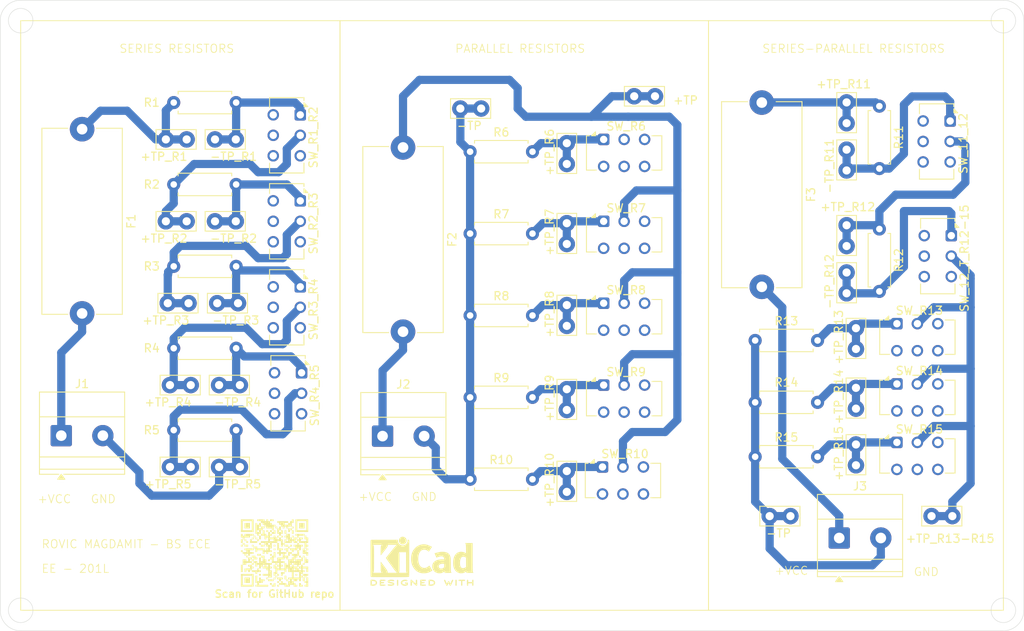
<source format=kicad_pcb>
(kicad_pcb (version 20241229) (generator "pcbnew") (generator_version "9.0")
  (layers (0 "F.Cu" signal) (2 "B.Cu" signal) (13 "F.Paste" user) (15 "B.Paste" user) (5 "F.SilkS" user "F.Silkscreen") (7 "B.SilkS" user "B.Silkscreen") (1 "F.Mask" user) (3 "B.Mask" user) (25 "Edge.Cuts" user))
  (net 0 "")
  (net 1 "Net-(SW1-A)")
  (net 2 "Net-(F1-Pad1)")
  (net 3 "Net-(SW1-B)")
  (net 4 "Net-(SW2-A)")
  (net 5 "Net-(SW2-B)")
  (net 6 "Net-(SW3-A)")
  (net 7 "Net-(SW3-B)")
  (net 8 "Net-(SW4-A)")
  (net 9 "Net-(J1-Pin_2)")
  (net 10 "Net-(SW4-B)")
  (net 11 "Net-(SW5-A)")
  (net 12 "Net-(J2-Pin_2)")
  (net 13 "Net-(SW6-A)")
  (net 14 "Net-(SW7-A)")
  (net 15 "Net-(SW8-A)")
  (net 16 "Net-(SW9-A)")
  (net 17 "Net-(F3-Pad1)")
  (net 18 "Net-(SW10-A)")
  (net 19 "Net-(SW10-B)")
  (net 20 "Net-(SW11-A)")
  (net 21 "Net-(J3-Pin_2)")
  (net 22 "Net-(SW12-A)")
  (net 23 "Net-(SW13-A)")
  (net 24 "Net-(SW14-A)")
  (net 25 "Net-(SW5-B)")
  (net 26 "Net-(SW11-B)")
  (net 27 "Net-(J1-Pin_1)")
  (net 28 "Net-(J2-Pin_1)")
  (net 29 "Net-(J3-Pin_1)")
  (footprint "TestPoint:TestPoint_Bridge_Pitch2.54mm_Drill1.0mm" (layer "F.Cu") (at 99.19 55.96 -90)
    (property "Reference" "+TP_R6")
    (property "Value" "TestPoint")
  )
  (footprint "Resistor_THT:R_Axial_DIN0207_L6.3mm_D2.5mm_P7.62mm_Horizontal" (layer "F.Cu") (at 87.38 97)
    (property "Reference" "R10")
    (property "Value" "4K7")
  )
  (footprint "TerminalBlock_Phoenix:TerminalBlock_Phoenix_MKDS-1,5-2-5.08_1x02_P5.08mm_Horizontal" (layer "F.Cu") (at 76.69 91.73)
    (property "Reference" "J2")
    (property "Value" "Screw_Terminal_01x02")
  )
  (footprint "QR:qr" (layer "F.Cu") (at 63.5 106)
    (property "Reference" "Scan for GitHub repo")
    (property "Value" "LOGO" (hide yes))
  )
  (footprint "Button_Switch_THT:SW_CK_JS202011CQN_DPDT_Straight" (layer "F.Cu") (at 103.69 85.5)
    (property "Reference" "SW_R9")
    (property "Value" "SW_SPST")
  )
  (footprint "Resistor_THT:R_Axial_DIN0207_L6.3mm_D2.5mm_P7.62mm_Horizontal" (layer "F.Cu") (at 122.19 80.05)
    (property "Reference" "R13")
    (property "Value" "510R")
  )
  (footprint "TestPoint:TestPoint_Bridge_Pitch2.54mm_Drill1.0mm" (layer "F.Cu") (at 133.3575 71.75 -90)
    (property "Reference" "-TP_R12")
    (property "Value" "TestPoint")
  )
  (footprint "TestPoint:TestPoint_Bridge_Pitch2.54mm_Drill1.0mm" (layer "F.Cu") (at 56.73 85.5)
    (property "Reference" "-TP_R4")
    (property "Value" "TestPoint")
  )
  (footprint "TestPoint:TestPoint_Bridge_Pitch2.54mm_Drill1.0mm" (layer "F.Cu") (at 50.73 95.5)
    (property "Reference" "+TP_R5")
    (property "Value" "TestPoint")
  )
  (footprint "TestPoint:TestPoint_Bridge_Pitch2.54mm_Drill1.0mm" (layer "F.Cu") (at 56.5 75.5)
    (property "Reference" "-TP_R3")
    (property "Value" "TestPoint")
  )
  (footprint "Button_Switch_THT:SW_CK_JS202011CQN_DPDT_Straight" (layer "F.Cu") (at 103.69 55.5)
    (property "Reference" "SW_R6")
    (property "Value" "SW_SPST")
  )
  (footprint "Resistor_THT:R_Axial_DIN0207_L6.3mm_D2.5mm_P7.62mm_Horizontal" (layer "F.Cu") (at 51.19 91)
    (property "Reference" "R5")
    (property "Value" "4K7")
  )
  (footprint "Button_Switch_THT:SW_CK_JS202011CQN_DPDT_Straight" (layer "F.Cu") (at 103.69 75.5)
    (property "Reference" "SW_R8")
    (property "Value" "SW_SPST")
  )
  (footprint "TestPoint:TestPoint_Bridge_Pitch2.54mm_Drill1.0mm" (layer "F.Cu") (at 56.23 55.5)
    (property "Reference" "-TP_R1")
    (property "Value" "TestPoint")
  )
  (footprint "TestPoint:TestPoint_Bridge_Pitch2.54mm_Drill1.0mm" (layer "F.Cu") (at 133.3575 65.98 -90)
    (property "Reference" "+TP_R12")
    (property "Value" "TestPoint")
  )
  (footprint "Button_Switch_THT:SW_CK_JS202011CQN_DPDT_Straight" (layer "F.Cu") (at 139.5 85.3575)
    (property "Reference" "SW_R14")
    (property "Value" "SW_SPST")
  )
  (footprint "Fuse:Fuseholder_Cylinder-5x20mm_Schurter_0031_8201_Horizontal_Open" (layer "F.Cu") (at 79.19 56.48 -90)
    (property "Reference" "F2")
    (property "Value" "Fuse")
  )
  (footprint "Button_Switch_THT:SW_CK_JS202011CQN_DPDT_Straight" (layer "F.Cu") (at 146 53.25 -90)
    (property "Reference" "SW_11_12")
    (property "Value" "SW_SPST")
  )
  (footprint "TestPoint:TestPoint_Bridge_Pitch2.54mm_Drill1.0mm" (layer "F.Cu") (at 107.42 50.23)
    (property "Reference" "TP17" (hide yes))
    (property "Value" "TestPoint")
  )
  (footprint "TestPoint:TestPoint_Bridge_Pitch2.54mm_Drill1.0mm" (layer "F.Cu") (at 99.19 86 -90)
    (property "Reference" "+TP_R9")
    (property "Value" "TestPoint")
  )
  (footprint "Resistor_THT:R_Axial_DIN0207_L6.3mm_D2.5mm_P7.62mm_Horizontal" (layer "F.Cu") (at 87.38 57)
    (property "Reference" "R6")
    (property "Value" "330R")
  )
  (footprint "TestPoint:TestPoint_Bridge_Pitch2.54mm_Drill1.0mm" (layer "F.Cu") (at 99.19 65.73 -90)
    (property "Reference" "+TP_R7")
    (property "Value" "TestPoint")
  )
  (footprint "TestPoint:TestPoint_Bridge_Pitch2.54mm_Drill1.0mm" (layer "F.Cu") (at 86.19 51.73)
    (property "Reference" "-TP")
    (property "Value" "TestPoint")
  )
  (footprint "TestPoint:TestPoint_Bridge_Pitch2.54mm_Drill1.0mm" (layer "F.Cu") (at 143.73 101.5)
    (property "Reference" "+TP_R13-R15")
    (property "Value" "TestPoint")
  )
  (footprint "TerminalBlock_Phoenix:TerminalBlock_Phoenix_MKDS-1,5-2-5.08_1x02_P5.08mm_Horizontal" (layer "F.Cu") (at 132.455 104.1725)
    (property "Reference" "J3")
    (property "Value" "Screw_Terminal_01x02")
  )
  (footprint "TestPoint:TestPoint_Bridge_Pitch2.54mm_Drill1.0mm" (layer "F.Cu") (at 56.23 65.5)
    (property "Reference" "-TP_R2")
    (property "Value" "TestPoint")
  )
  (footprint "Button_Switch_THT:SW_CK_JS202011CQN_DPDT_Straight" (layer "F.Cu") (at 146.1425 67.25 -90)
    (property "Reference" "SW_12_T_R12-15")
    (property "Value" "SW_SPST")
  )
  (footprint "Resistor_THT:R_Axial_DIN0207_L6.3mm_D2.5mm_P7.62mm_Horizontal" (layer "F.Cu") (at 122.19 94.25)
    (property "Reference" "R15")
    (property "Value" "4K7")
  )
  (footprint "Button_Switch_THT:SW_CK_JS202011CQN_DPDT_Straight" (layer "F.Cu") (at 66.6425 63 -90)
    (property "Reference" "SW_R2_R3")
    (property "Value" "SW_SPST")
  )
  (footprint "TestPoint:TestPoint_Bridge_Pitch2.54mm_Drill1.0mm" (layer "F.Cu") (at 133.3575 50.98 -90)
    (property "Reference" "+TP_R11")
    (property "Value" "TestPoint")
  )
  (footprint "Resistor_THT:R_Axial_DIN0207_L6.3mm_D2.5mm_P7.62mm_Horizontal" (layer "F.Cu") (at 87.38 67)
    (property "Reference" "R7")
    (property "Value" "470R")
  )
  (footprint "TestPoint:TestPoint_Bridge_Pitch2.54mm_Drill1.0mm" (layer "F.Cu") (at 123.96 101.5)
    (property "Reference" "-TP")
    (property "Value" "TestPoint")
  )
  (footprint "Resistor_THT:R_Axial_DIN0207_L6.3mm_D2.5mm_P7.62mm_Horizontal" (layer "F.Cu") (at 51.19 71)
    (property "Reference" "R3")
    (property "Value" "510R")
  )
  (footprint "Button_Switch_THT:SW_CK_JS202011CQN_DPDT_Straight" (layer "F.Cu") (at 139.5 92.5)
    (property "Reference" "SW_R15")
    (property "Value" "SW_SPST")
  )
  (footprint "TestPoint:TestPoint_Bridge_Pitch2.54mm_Drill1.0mm" (layer "F.Cu") (at 99.19 75.73 -90)
    (property "Reference" "+TP_R8")
    (property "Value" "TestPoint")
  )
  (footprint "TerminalBlock_Phoenix:TerminalBlock_Phoenix_MKDS-1,5-2-5.08_1x02_P5.08mm_Horizontal" (layer "F.Cu") (at 37.455 91.6725)
    (property "Reference" "J1")
    (property "Value" "Screw_Terminal_01x02")
  )
  (footprint "TestPoint:TestPoint_Bridge_Pitch2.54mm_Drill1.0mm" (layer "F.Cu") (at 134.5 85.8375 -90)
    (property "Reference" "+TP_R14")
    (property "Value" "TestPoint")
  )
  (footprint "TestPoint:TestPoint_Bridge_Pitch2.54mm_Drill1.0mm" (layer "F.Cu") (at 133.3575 56.75 -90)
    (property "Reference" "-TP_R11")
    (property "Value" "TestPoint")
  )
  (footprint "TestPoint:TestPoint_Bridge_Pitch2.54mm_Drill1.0mm" (layer "F.Cu") (at 134.5 78.55 -90)
    (property "Reference" "+TP_R13")
    (property "Value" "TestPoint")
  )
  (footprint "Symbol:KiCad-Logo2_5mm_SilkScreen" (layer "F.Cu") (at 81.5 107)
    (property "Reference" "REF**" (hide yes))
    (property "Value" "KiCad-Logo2_5mm_SilkScreen" (hide yes))
  )
  (footprint "TestPoint:TestPoint_Bridge_Pitch2.54mm_Drill1.0mm" (layer "F.Cu") (at 134.5 92.75 -90)
    (property "Reference" "+TP_R15")
    (property "Value" "TestPoint")
  )
  (footprint "TestPoint:TestPoint_Bridge_Pitch2.54mm_Drill1.0mm" (layer "F.Cu") (at 50.23 65.5)
    (property "Reference" "+TP_R2")
    (property "Value" "TestPoint")
  )
  (footprint "Fuse:Fuseholder_Cylinder-5x20mm_Schurter_0031_8201_Horizontal_Open" (layer "F.Cu") (at 40 54.25 -90)
    (property "Reference" "F1")
    (property "Value" "Fuse")
  )
  (footprint "Resistor_THT:R_Axial_DIN0207_L6.3mm_D2.5mm_P7.62mm_Horizontal" (layer "F.Cu") (at 137.3575 51.44 -90)
    (property "Reference" "R11")
    (property "Value" "330R")
  )
  (footprint "TestPoint:TestPoint_Bridge_Pitch2.54mm_Drill1.0mm" (layer "F.Cu") (at 50.23 55.5)
    (property "Reference" "+TP_R1")
    (property "Value" "TestPoint")
  )
  (footprint "Button_Switch_THT:SW_CK_JS202011CQN_DPDT_Straight" (layer "F.Cu") (at 103.69 65.5)
    (property "Reference" "SW_R7")
    (property "Value" "SW_SPST")
  )
  (footprint "Button_Switch_THT:SW_CK_JS202011CQN_DPDT_Straight" (layer "F.Cu") (at 66.6425 52.5 -90)
    (property "Reference" "SW_R1_R2")
    (property "Value" "SW_SPST")
  )
  (footprint "Resistor_THT:R_Axial_DIN0207_L6.3mm_D2.5mm_P7.62mm_Horizontal" (layer "F.Cu") (at 51.19 61)
    (property "Reference" "R2")
    (property "Value" "470R")
  )
  (footprint "Fuse:Fuseholder_Cylinder-5x20mm_Schurter_0031_8201_Horizontal_Open" (layer "F.Cu") (at 123 51 -90)
    (property "Reference" "F3")
    (property "Value" "Fuse")
  )
  (footprint "TestPoint:TestPoint_Bridge_Pitch2.54mm_Drill1.0mm" (layer "F.Cu") (at 50.46 75.5)
    (property "Reference" "+TP_R3")
    (property "Value" "TestPoint")
  )
  (footprint "TestPoint:TestPoint_Bridge_Pitch2.54mm_Drill1.0mm" (layer "F.Cu") (at 99.19 96 -90)
    (property "Reference" "+TP_R10")
    (property "Value" "TestPoint")
  )
  (footprint "Button_Switch_THT:SW_CK_JS202011CQN_DPDT_Straight" (layer "F.Cu") (at 139.5 78)
    (property "Reference" "SW_R13")
    (property "Value" "SW_SPST")
  )
  (footprint "Resistor_THT:R_Axial_DIN0207_L6.3mm_D2.5mm_P7.62mm_Horizontal" (layer "F.Cu") (at 87.38 87)
    (property "Reference" "R9")
    (property "Value" "1K")
  )
  (footprint "Resistor_THT:R_Axial_DIN0207_L6.3mm_D2.5mm_P7.62mm_Horizontal" (layer "F.Cu") (at 87.38 77)
    (property "Reference" "R8")
    (property "Value" "510R")
  )
  (footprint "Resistor_THT:R_Axial_DIN0207_L6.3mm_D2.5mm_P7.62mm_Horizontal" (layer "F.Cu") (at 51.19 81)
    (property "Reference" "R4")
    (property "Value" "1K")
  )
  (footprint "Button_Switch_THT:SW_CK_JS202011CQN_DPDT_Straight" (layer "F.Cu") (at 66.8 84 -90)
    (property "Reference" "SW_R4_R5")
    (property "Value" "SW_SPST")
  )
  (footprint "Resistor_THT:R_Axial_DIN0207_L6.3mm_D2.5mm_P7.62mm_Horizontal" (layer "F.Cu") (at 122.19 87.6075)
    (property "Reference" "R14")
    (property "Value" "1K")
  )
  (footprint "Resistor_THT:R_Axial_DIN0207_L6.3mm_D2.5mm_P7.62mm_Horizontal" (layer "F.Cu") (at 137.3575 66.44 -90)
    (property "Reference" "R12")
    (property "Value" "470R")
  )
  (footprint "Button_Switch_THT:SW_CK_JS202011CQN_DPDT_Straight" (layer "F.Cu") (at 66.6425 73.5 -90)
    (property "Reference" "SW_R3_R4")
    (property "Value" "SW_SPST")
  )
  (footprint "TestPoint:TestPoint_Bridge_Pitch2.54mm_Drill1.0mm" (layer "F.Cu") (at 50.73 85.5)
    (property "Reference" "+TP_R4")
    (property "Value" "TestPoint")
  )
  (footprint "Button_Switch_THT:SW_CK_JS202011CQN_DPDT_Straight" (layer "F.Cu") (at 103.5475 95.5)
    (property "Reference" "SW_R10")
    (property "Value" "SW_SPST")
  )
  (footprint "TestPoint:TestPoint_Bridge_Pitch2.54mm_Drill1.0mm" (layer "F.Cu") (at 56.73 95.5)
    (property "Reference" "-TP_R5")
    (property "Value" "TestPoint")
  )
  (footprint "Resistor_THT:R_Axial_DIN0207_L6.3mm_D2.5mm_P7.62mm_Horizontal" (layer "F.Cu") (at 51.19 51)
    (property "Reference" "R1")
    (property "Value" "330R")
  )
  (gr_rect (start 32.5 41) (end 71.5 113) (stroke (width 0.1)) (fill no) (layer "F.SilkS"))
  (gr_rect (start 71.5 41) (end 116.5 113) (stroke (width 0.1)) (fill no) (layer "F.SilkS"))
  (gr_rect (start 116.5 41) (end 152.5 113) (stroke (width 0.1)) (fill no) (layer "F.SilkS"))
  (gr_circle (center 152.5 113) (end 154 113) (stroke (width 0.05)) (fill no) (layer "Edge.Cuts"))
  (gr_circle (center 32.5 113) (end 31 113) (stroke (width 0.05)) (fill no) (layer "Edge.Cuts"))
  (gr_line (start 152.5 38.5) (end 32.5 38.5) (stroke (width 0.05)) (layer "Edge.Cuts"))
  (gr_arc (start 30 41) (mid 30.732233 39.232233) (end 32.5 38.5) (stroke (width 0.05)) (layer "Edge.Cuts"))
  (gr_arc (start 155 113) (mid 154.267767 114.767767) (end 152.5 115.5) (stroke (width 0.05)) (layer "Edge.Cuts"))
  (gr_line (start 30 41) (end 30 113) (stroke (width 0.05)) (layer "Edge.Cuts"))
  (gr_circle (center 152.5 41) (end 151 41) (stroke (width 0.05)) (fill no) (layer "Edge.Cuts"))
  (gr_arc (start 32.5 115.5) (mid 30.732233 114.767767) (end 30 113) (stroke (width 0.05)) (layer "Edge.Cuts"))
  (gr_circle (center 32.5 41) (end 31 41) (stroke (width 0.05)) (fill no) (layer "Edge.Cuts"))
  (gr_line (start 155 113) (end 155 41) (stroke (width 0.05)) (layer "Edge.Cuts"))
  (gr_arc (start 152.5 38.5) (mid 154.267767 39.232233) (end 155 41) (stroke (width 0.05)) (layer "Edge.Cuts"))
  (gr_line (start 32.5 115.5) (end 152.5 115.5) (stroke (width 0.05)) (layer "Edge.Cuts"))
  (gr_text "SERIES RESISTORS" (at 44.5 45 0) (layer "F.SilkS") (effects (font (size 1 1) (thickness 0.1)) (justify left bottom)))
  (gr_text "GND" (at 141.5 108.8925 0) (layer "F.SilkS") (effects (font (size 1 1) (thickness 0.1)) (justify left bottom)))
  (gr_text "+TP" (at 113.69 50.73 0) (layer "F.SilkS") (effects (font (size 1 1))))
  (gr_text "PARALLEL RESISTORS" (at 85.5 45 0) (layer "F.SilkS") (effects (font (size 1 1) (thickness 0.1)) (justify left bottom)))
  (gr_text "GND" (at 80.19 99.73 0) (layer "F.SilkS") (effects (font (size 1 1) (thickness 0.1)) (justify left bottom)))
  (gr_text "GND" (at 41 100 0) (layer "F.SilkS") (effects (font (size 1 1) (thickness 0.1)) (justify left bottom)))
  (gr_text "+VCC" (at 73.69 99.73 0) (layer "F.SilkS") (effects (font (size 1 1) (thickness 0.1)) (justify left bottom)))
  (gr_text "EE - 201L" (at 35 108.5 0) (layer "F.SilkS") (effects (font (size 1 1) (thickness 0.1)) (justify left bottom)))
  (gr_text "SERIES-PARALLEL RESISTORS" (at 123 45 0) (layer "F.SilkS") (effects (font (size 1 1) (thickness 0.1)) (justify left bottom)))
  (gr_text "+VCC" (at 124.5 108.75 0) (layer "F.SilkS") (effects (font (size 1 1) (thickness 0.1)) (justify left bottom)))
  (gr_text "+VCC" (at 34.5 100 0) (layer "F.SilkS") (effects (font (size 1 1) (thickness 0.1)) (justify left bottom)))
  (gr_text "ROVIC MAGDAMIT - BS ECE" (at 35 105.5 0) (layer "F.SilkS") (effects (font (size 1 1) (thickness 0.1)) (justify left bottom)))
  (segment (start 66 51) (end 58.81 51) (width 1) (layer "B.Cu") (net 1))
  (segment (start 66.6425 51.6425) (end 66 51) (width 1) (layer "B.Cu") (net 1))
  (segment (start 58.81 55.46) (end 58.77 55.5) (width 1) (layer "B.Cu") (net 1))
  (segment (start 58.81 51) (end 58.81 55.46) (width 1) (layer "B.Cu") (net 1))
  (segment (start 66.6425 52.5) (end 66.6425 51.6425) (width 1) (layer "B.Cu") (net 1))
  (segment (start 56.23 55.5) (end 58.77 55.5) (width 1) (layer "B.Cu") (net 1))
  (segment (start 42.25 52) (end 40 54.25) (width 1) (layer "B.Cu") (net 2))
  (segment (start 50.23 55.5) (end 50.23 51.96) (width 1) (layer "B.Cu") (net 2))
  (segment (start 45.5 52) (end 42.25 52) (width 1) (layer "B.Cu") (net 2))
  (segment (start 50.23 51.96) (end 51.19 51) (width 1) (layer "B.Cu") (net 2))
  (segment (start 49 55.5) (end 45.5 52) (width 1) (layer "B.Cu") (net 2))
  (segment (start 50.23 55.5) (end 52.77 55.5) (width 1) (layer "B.Cu") (net 2))
  (segment (start 50.23 55.5) (end 49 55.5) (width 1) (layer "B.Cu") (net 2))
  (segment (start 61.5 59.5) (end 60.5 58.5) (width 1) (layer "B.Cu") (net 3))
  (segment (start 60.5 58.5) (end 53.69 58.5) (width 1) (layer "B.Cu") (net 3))
  (segment (start 50.23 64.27) (end 50.23 65.5) (width 1) (layer "B.Cu") (net 3))
  (segment (start 64 59.5) (end 61.5 59.5) (width 1) (layer "B.Cu") (net 3))
  (segment (start 51.19 63.31) (end 50.23 64.27) (width 1) (layer "B.Cu") (net 3))
  (segment (start 50.23 65.5) (end 52.77 65.5) (width 1) (layer "B.Cu") (net 3))
  (segment (start 66.6425 55) (end 65 56.6425) (width 1) (layer "B.Cu") (net 3))
  (segment (start 53.69 58.5) (end 51.19 61) (width 1) (layer "B.Cu") (net 3))
  (segment (start 65 58.5) (end 64 59.5) (width 1) (layer "B.Cu") (net 3))
  (segment (start 51.19 61) (end 51.19 63.31) (width 1) (layer "B.Cu") (net 3))
  (segment (start 65 56.6425) (end 65 58.5) (width 1) (layer "B.Cu") (net 3))
  (segment (start 66.6425 62.6425) (end 65 61) (width 1) (layer "B.Cu") (net 4))
  (segment (start 66.6425 63) (end 66.6425 62.6425) (width 1) (layer "B.Cu") (net 4))
  (segment (start 65 61) (end 58.81 61) (width 1) (layer "B.Cu") (net 4))
  (segment (start 58.81 65.46) (end 58.77 65.5) (width 1) (layer "B.Cu") (net 4))
  (segment (start 56.23 65.5) (end 58.77 65.5) (width 1) (layer "B.Cu") (net 4))
  (segment (start 58.81 61) (end 58.81 65.46) (width 1) (layer "B.Cu") (net 4))
  (segment (start 50.5 71.69) (end 50.5 72) (width 1) (layer "B.Cu") (net 5))
  (segment (start 65 67.1425) (end 65 69.5) (width 1) (layer "B.Cu") (net 5))
  (segment (start 51.19 69.31) (end 51.19 71) (width 1) (layer "B.Cu") (net 5))
  (segment (start 61.5 70) (end 60 68.5) (width 1) (layer "B.Cu") (net 5))
  (segment (start 66.6425 65.5) (end 65 67.1425) (width 1) (layer "B.Cu") (net 5))
  (segment (start 52 68.5) (end 51.19 69.31) (width 1) (layer "B.Cu") (net 5))
  (segment (start 50.5 72) (end 50.46 72.04) (width 1) (layer "B.Cu") (net 5))
  (segment (start 50.46 75.5) (end 53 75.5) (width 1) (layer "B.Cu") (net 5))
  (segment (start 65 69.5) (end 64.5 70) (width 1) (layer "B.Cu") (net 5))
  (segment (start 51.19 71) (end 50.5 71.69) (width 1) (layer "B.Cu") (net 5))
  (segment (start 50.46 72.04) (end 50.46 75.5) (width 1) (layer "B.Cu") (net 5))
  (segment (start 64.5 70) (end 61.5 70) (width 1) (layer "B.Cu") (net 5))
  (segment (start 60 68.5) (end 52 68.5) (width 1) (layer "B.Cu") (net 5))
  (segment (start 58.81 75.27) (end 59.04 75.5) (width 1) (layer "B.Cu") (net 6))
  (segment (start 56.5 75.5) (end 59.04 75.5) (width 1) (layer "B.Cu") (net 6))
  (segment (start 58.81 71) (end 58.81 75.27) (width 1) (layer "B.Cu") (net 6))
  (segment (start 59.31 71.5) (end 58.81 71) (width 1) (layer "B.Cu") (net 6))
  (segment (start 66.6425 73.1425) (end 65 71.5) (width 1) (layer "B.Cu") (net 6))
  (segment (start 66.6425 73.5) (end 66.6425 73.1425) (width 1) (layer "B.Cu") (net 6))
  (segment (start 65 71.5) (end 59.31 71.5) (width 1) (layer "B.Cu") (net 6))
  (segment (start 60 78.5) (end 52.5 78.5) (width 1) (layer "B.Cu") (net 7))
  (segment (start 66.6425 76) (end 65 77.6425) (width 1) (layer "B.Cu") (net 7))
  (segment (start 64.5 80.5) (end 62 80.5) (width 1) (layer "B.Cu") (net 7))
  (segment (start 52.5 78.5) (end 51.19 79.81) (width 1) (layer "B.Cu") (net 7))
  (segment (start 51.19 85.04) (end 50.73 85.5) (width 1) (layer "B.Cu") (net 7))
  (segment (start 65 80) (end 64.5 80.5) (width 1) (layer "B.Cu") (net 7))
  (segment (start 65 77.6425) (end 65 80) (width 1) (layer "B.Cu") (net 7))
  (segment (start 62 80.5) (end 60 78.5) (width 1) (layer "B.Cu") (net 7))
  (segment (start 51.19 81) (end 51.19 85.04) (width 1) (layer "B.Cu") (net 7))
  (segment (start 51.19 79.81) (end 51.19 81) (width 1) (layer "B.Cu") (net 7))
  (segment (start 50.73 85.5) (end 53.27 85.5) (width 1) (layer "B.Cu") (net 7))
  (segment (start 65.5 82) (end 59.81 82) (width 1) (layer "B.Cu") (net 8))
  (segment (start 59.81 82) (end 58.81 81) (width 1) (layer "B.Cu") (net 8))
  (segment (start 58.81 81) (end 58.81 85.04) (width 1) (layer "B.Cu") (net 8))
  (segment (start 66.8 84) (end 66.8 83.3) (width 1) (layer "B.Cu") (net 8))
  (segment (start 66.8 83.3) (end 65.5 82) (width 1) (layer "B.Cu") (net 8))
  (segment (start 58.81 85.04) (end 59.27 85.5) (width 1) (layer "B.Cu") (net 8))
  (segment (start 56.73 85.5) (end 59.27 85.5) (width 1) (layer "B.Cu") (net 8))
  (segment (start 47 97.5) (end 48.5 99) (width 1) (layer "B.Cu") (net 9))
  (segment (start 48.5 99) (end 55.5 99) (width 1) (layer "B.Cu") (net 9))
  (segment (start 58.81 95.04) (end 59.27 95.5) (width 1) (layer "B.Cu") (net 9))
  (segment (start 56.73 97.77) (end 56.73 95.5) (width 1) (layer "B.Cu") (net 9))
  (segment (start 47 96.1375) (end 47 97.5) (width 1) (layer "B.Cu") (net 9))
  (segment (start 55.5 99) (end 56.73 97.77) (width 1) (layer "B.Cu") (net 9))
  (segment (start 42.535 91.6725) (end 47 96.1375) (width 1) (layer "B.Cu") (net 9))
  (segment (start 56.73 95.5) (end 59.27 95.5) (width 1) (layer "B.Cu") (net 9))
  (segment (start 58.81 91) (end 58.81 95.04) (width 1) (layer "B.Cu") (net 9))
  (segment (start 62.5 91.5) (end 59.5 88.5) (width 1) (layer "B.Cu") (net 10))
  (segment (start 64.5 91.5) (end 62.5 91.5) (width 1) (layer "B.Cu") (net 10))
  (segment (start 51.19 89.31) (end 51.19 91) (width 1) (layer "B.Cu") (net 10))
  (segment (start 51.19 91) (end 51.19 95.04) (width 1) (layer "B.Cu") (net 10))
  (segment (start 66 86.5) (end 65.170911 87.329089) (width 1) (layer "B.Cu") (net 10))
  (segment (start 52 88.5) (end 51.19 89.31) (width 1) (layer "B.Cu") (net 10))
  (segment (start 66.8 86.5) (end 66 86.5) (width 1) (layer "B.Cu") (net 10))
  (segment (start 65.170911 87.329089) (end 65.170911 90.829089) (width 1) (layer "B.Cu") (net 10))
  (segment (start 59.5 88.5) (end 52 88.5) (width 1) (layer "B.Cu") (net 10))
  (segment (start 65.170911 90.829089) (end 64.5 91.5) (width 1) (layer "B.Cu") (net 10))
  (segment (start 50.73 95.5) (end 53.27 95.5) (width 1) (layer "B.Cu") (net 10))
  (segment (start 51.19 95.04) (end 50.73 95.5) (width 1) (layer "B.Cu") (net 10))
  (segment (start 99.19 55.96) (end 99.19 58.5) (width 1) (layer "B.Cu") (net 11))
  (segment (start 103.69 55.5) (end 99.65 55.5) (width 1) (layer "B.Cu") (net 11))
  (segment (start 99.65 55.5) (end 99.19 55.96) (width 1) (layer "B.Cu") (net 11))
  (segment (start 99.19 55.96) (end 96.04 55.96) (width 1) (layer "B.Cu") (net 11))
  (segment (start 96.04 55.96) (end 95 57) (width 1) (layer "B.Cu") (net 11))
  (segment (start 86.19 51.73) (end 86.19 55.81) (width 1) (layer "B.Cu") (net 12))
  (segment (start 87.38 87) (end 87.38 97) (width 1) (layer "B.Cu") (net 12))
  (segment (start 84.46 97) (end 87.38 97) (width 1) (layer "B.Cu") (net 12))
  (segment (start 83.19 93.15) (end 83.19 95.73) (width 1) (layer "B.Cu") (net 12))
  (segment (start 81.77 91.73) (end 83.19 93.15) (width 1) (layer "B.Cu") (net 12))
  (segment (start 83.19 95.73) (end 84.46 97) (width 1) (layer "B.Cu") (net 12))
  (segment (start 87.38 87) (end 87.38 77) (width 1) (layer "B.Cu") (net 12))
  (segment (start 88.73 51.73) (end 86.19 51.73) (width 1) (layer "B.Cu") (net 12))
  (segment (start 86.19 55.81) (end 87.38 57) (width 1) (layer "B.Cu") (net 12))
  (segment (start 87.38 67) (end 87.38 77) (width 1) (layer "B.Cu") (net 12))
  (segment (start 87.38 57) (end 87.38 67) (width 1) (layer "B.Cu") (net 12))
  (segment (start 96.27 65.73) (end 95 67) (width 1) (layer "B.Cu") (net 13))
  (segment (start 103.69 65.5) (end 99.42 65.5) (width 1) (layer "B.Cu") (net 13))
  (segment (start 99.19 65.73) (end 96.27 65.73) (width 1) (layer "B.Cu") (net 13))
  (segment (start 99.19 65.73) (end 99.19 68.27) (width 1) (layer "B.Cu") (net 13))
  (segment (start 99.42 65.5) (end 99.19 65.73) (width 1) (layer "B.Cu") (net 13))
  (segment (start 99.19 75.73) (end 99.19 78.27) (width 1) (layer "B.Cu") (net 14))
  (segment (start 99.19 75.73) (end 96.27 75.73) (width 1) (layer "B.Cu") (net 14))
  (segment (start 99.42 75.5) (end 99.19 75.73) (width 1) (layer "B.Cu") (net 14))
  (segment (start 96.27 75.73) (end 95 77) (width 1) (layer "B.Cu") (net 14))
  (segment (start 103.69 75.5) (end 99.42 75.5) (width 1) (layer "B.Cu") (net 14))
  (segment (start 103.69 85.5) (end 99.69 85.5) (width 1) (layer "B.Cu") (net 15))
  (segment (start 96 86) (end 95 87) (width 1) (layer "B.Cu") (net 15))
  (segment (start 99.69 85.5) (end 99.19 86) (width 1) (layer "B.Cu") (net 15))
  (segment (start 99.19 86) (end 96 86) (width 1) (layer "B.Cu") (net 15))
  (segment (start 99.19 86) (end 99.19 88.54) (width 1) (layer "B.Cu") (net 15))
  (segment (start 96 96) (end 95 97) (width 1) (layer "B.Cu") (net 16))
  (segment (start 99.69 95.5) (end 99.19 96) (width 1) (layer "B.Cu") (net 16))
  (segment (start 99.19 96) (end 96 96) (width 1) (layer "B.Cu") (net 16))
  (segment (start 99.19 96) (end 99.19 98.54) (width 1) (layer "B.Cu") (net 16))
  (segment (start 103.5475 95.5) (end 99.69 95.5) (width 1) (layer "B.Cu") (net 16))
  (segment (start 133.3575 50.98) (end 136.8975 50.98) (width 1) (layer "B.Cu") (net 17))
  (segment (start 123.02 50.98) (end 123 51) (width 1) (layer "B.Cu") (net 17))
  (segment (start 133.3575 50.98) (end 133.3575 53.52) (width 1) (layer "B.Cu") (net 17))
  (segment (start 133.3575 50.98) (end 123.02 50.98) (width 1) (layer "B.Cu") (net 17))
  (segment (start 136.8975 50.98) (end 137.3575 51.44) (width 1) (layer "B.Cu") (net 17))
  (segment (start 146 53.25) (end 146 50.8925) (width 1) (layer "B.Cu") (net 18))
  (segment (start 133.3575 59.29) (end 133.5875 59.06) (width 1) (layer "B.Cu") (net 18))
  (segment (start 140.3575 51.25) (end 140.3575 57.25) (width 1) (layer "B.Cu") (net 18))
  (segment (start 138.5475 59.06) (end 137.3575 59.06) (width 1) (layer "B.Cu") (net 18))
  (segment (start 133.3575 56.75) (end 133.3575 59.29) (width 1) (layer "B.Cu") (net 18))
  (segment (start 133.5875 59.06) (end 137.3575 59.06) (width 1) (layer "B.Cu") (net 18))
  (segment (start 140.3575 57.25) (end 138.5475 59.06) (width 1) (layer "B.Cu") (net 18))
  (segment (start 145.3575 50.25) (end 141.3575 50.25) (width 1) (layer "B.Cu") (net 18))
  (segment (start 141.3575 50.25) (end 140.3575 51.25) (width 1) (layer "B.Cu") (net 18))
  (segment (start 146 50.8925) (end 145.3575 50.25) (width 1) (layer "B.Cu") (net 18))
  (segment (start 147.8575 56.25) (end 147.8575 60.75) (width 1) (layer "B.Cu") (net 19))
  (segment (start 147.3575 55.75) (end 147.8575 56.25) (width 1) (layer "B.Cu") (net 19))
  (segment (start 133.3575 65.98) (end 133.3575 68.52) (width 1) (layer "B.Cu") (net 19))
  (segment (start 146 55.75) (end 147.3575 55.75) (width 1) (layer "B.Cu") (net 19))
  (segment (start 147.8575 60.75) (end 146.3575 62.25) (width 1) (layer "B.Cu") (net 19))
  (segment (start 137.3575 64.25) (end 137.3575 66.44) (width 1) (layer "B.Cu") (net 19))
  (segment (start 146.3575 62.25) (end 139.3575 62.25) (width 1) (layer "B.Cu") (net 19))
  (segment (start 139.3575 62.25) (end 137.3575 64.25) (width 1) (layer "B.Cu") (net 19))
  (segment (start 136.8975 65.98) (end 137.3575 66.44) (width 1) (layer "B.Cu") (net 19))
  (segment (start 133.3575 65.98) (end 136.8975 65.98) (width 1) (layer "B.Cu") (net 19))
  (segment (start 137.1275 74.29) (end 137.3575 74.06) (width 1) (layer "B.Cu") (net 20))
  (segment (start 133.3575 74.29) (end 137.1275 74.29) (width 1) (layer "B.Cu") (net 20))
  (segment (start 140.3575 64.25) (end 140.3575 71.06) (width 1) (layer "B.Cu") (net 20))
  (segment (start 146.1425 67.25) (end 146.1425 64.535) (width 1) (layer "B.Cu") (net 20))
  (segment (start 133.3575 71.75) (end 133.3575 74.29) (width 1) (layer "B.Cu") (net 20))
  (segment (start 140.3575 71.06) (end 137.3575 74.06) (width 1) (layer "B.Cu") (net 20))
  (segment (start 146.1425 64.535) (end 145.8575 64.25) (width 1) (layer "B.Cu") (net 20))
  (segment (start 145.8575 64.25) (end 140.3575 64.25) (width 1) (layer "B.Cu") (net 20))
  (segment (start 136.5 107.5) (end 126 107.5) (width 1) (layer "B.Cu") (net 21))
  (segment (start 123.96 101.5) (end 126.5 101.5) (width 1) (layer "B.Cu") (net 21))
  (segment (start 122.19 99.73) (end 122.19 94.25) (width 1) (layer "B.Cu") (net 21))
  (segment (start 137.535 106.465) (end 136.5 107.5) (width 1) (layer "B.Cu") (net 21))
  (segment (start 122.19 87.6075) (end 122.19 94.25) (width 1) (layer "B.Cu") (net 21))
  (segment (start 123.96 105.46) (end 123.96 101.5) (width 1) (layer "B.Cu") (net 21))
  (segment (start 126 107.5) (end 123.96 105.46) (width 1) (layer "B.Cu") (net 21))
  (segment (start 122.19 80.05) (end 122.19 87.6075) (width 1) (layer "B.Cu") (net 21))
  (segment (start 137.535 104.1725) (end 137.535 106.465) (width 1) (layer "B.Cu") (net 21))
  (segment (start 122.19 99.73) (end 123.96 101.5) (width 1) (layer "B.Cu") (net 21))
  (segment (start 134.5 78.55) (end 131.31 78.55) (width 1) (layer "B.Cu") (net 22))
  (segment (start 139.5 78) (end 135.05 78) (width 1) (layer "B.Cu") (net 22))
  (segment (start 131.31 78.55) (end 129.81 80.05) (width 1) (layer "B.Cu") (net 22))
  (segment (start 134.5 78.55) (end 134.5 81.09) (width 1) (layer "B.Cu") (net 22))
  (segment (start 135.05 78) (end 134.5 78.55) (width 1) (layer "B.Cu") (net 22))
  (segment (start 139.5 85.3575) (end 134.98 85.3575) (width 1) (layer "B.Cu") (net 23))
  (segment (start 134.5 85.8375) (end 131.58 85.8375) (width 1) (layer "B.Cu") (net 23))
  (segment (start 134.98 85.3575) (end 134.5 85.8375) (width 1) (layer "B.Cu") (net 23))
  (segment (start 131.58 85.8375) (end 129.81 87.6075) (width 1) (layer "B.Cu") (net 23))
  (segment (start 134.5 85.8375) (end 134.5 88.3775) (width 1) (layer "B.Cu") (net 23))
  (segment (start 134.5 92.75) (end 134.5 95.29) (width 1) (layer "B.Cu") (net 24))
  (segment (start 134.75 92.5) (end 134.5 92.75) (width 1) (layer "B.Cu") (net 24))
  (segment (start 139.5 92.5) (end 134.75 92.5) (width 1) (layer "B.Cu") (net 24))
  (segment (start 131.31 92.75) (end 129.81 94.25) (width 1) (layer "B.Cu") (net 24))
  (segment (start 134.5 92.75) (end 131.31 92.75) (width 1) (layer "B.Cu") (net 24))
  (segment (start 112.69 61.73) (end 112.69 53.73) (width 1) (layer "B.Cu") (net 25))
  (segment (start 112.69 89.73) (end 111.19 91.23) (width 1) (layer "B.Cu") (net 25))
  (segment (start 112.69 71.73) (end 112.69 81.73) (width 1) (layer "B.Cu") (net 25))
  (segment (start 107.19 71.73) (end 112.69 71.73) (width 1) (layer "B.Cu") (net 25))
  (segment (start 81.19 48.23) (end 79.19 50.23) (width 1) (layer "B.Cu") (net 25))
  (segment (start 106.19 65.5) (end 106.19 63.23) (width 1) (layer "B.Cu") (net 25))
  (segment (start 111.69 52.73) (end 106.69 52.73) (width 1) (layer "B.Cu") (net 25))
  (segment (start 106.19 63.23) (end 107.69 61.73) (width 1) (layer "B.Cu") (net 25))
  (segment (start 111.19 91.23) (end 107.19 91.23) (width 1) (layer "B.Cu") (net 25))
  (segment (start 92.19 48.23) (end 81.19 48.23) (width 1) (layer "B.Cu") (net 25))
  (segment (start 106.19 85.5) (end 106.19 82.73) (width 1) (layer "B.Cu") (net 25))
  (segment (start 112.69 81.73) (end 112.69 89.73) (width 1) (layer "B.Cu") (net 25))
  (segment (start 107.69 61.73) (end 112.69 61.73) (width 1) (layer "B.Cu") (net 25))
  (segment (start 107.19 81.73) (end 112.69 81.73) (width 1) (layer "B.Cu") (net 25))
  (segment (start 93.19 51.73) (end 93.19 49.23) (width 1) (layer "B.Cu") (net 25))
  (segment (start 112.69 61.73) (end 112.69 71.73) (width 1) (layer "B.Cu") (net 25))
  (segment (start 107.42 50.23) (end 104.69 50.23) (width 1) (layer "B.Cu") (net 25))
  (segment (start 104.69 50.23) (end 102.19 52.73) (width 1) (layer "B.Cu") (net 25))
  (segment (start 106.0475 92.3725) (end 106.0475 95.5) (width 1) (layer "B.Cu") (net 25))
  (segment (start 107.19 91.23) (end 106.0475 92.3725) (width 1) (layer "B.Cu") (net 25))
  (segment (start 93.19 49.23) (end 92.19 48.23) (width 1) (layer "B.Cu") (net 25))
  (segment (start 94.19 52.73) (end 93.19 51.73) (width 1) (layer "B.Cu") (net 25))
  (segment (start 106.69 52.73) (end 102.19 52.73) (width 1) (layer "B.Cu") (net 25))
  (segment (start 112.69 53.73) (end 111.69 52.73) (width 1) (layer "B.Cu") (net 25))
  (segment (start 106.19 75.5) (end 106.19 72.73) (width 1) (layer "B.Cu") (net 25))
  (segment (start 102.19 52.73) (end 94.19 52.73) (width 1) (layer "B.Cu") (net 25))
  (segment (start 106.19 82.73) (end 107.19 81.73) (width 1) (layer "B.Cu") (net 25))
  (segment (start 79.19 50.23) (end 79.19 56.48) (width 1) (layer "B.Cu") (net 25))
  (segment (start 106.19 72.73) (end 107.19 71.73) (width 1) (layer "B.Cu") (net 25))
  (segment (start 107.42 50.23) (end 109.96 50.23) (width 1) (layer "B.Cu") (net 25))
  (segment (start 142 92.5) (end 144 90.5) (width 1) (layer "B.Cu") (net 26))
  (segment (start 144 76) (end 148.5 76) (width 1) (layer "B.Cu") (net 26))
  (segment (start 146.27 101.5) (end 146.27 99.73) (width 1) (layer "B.Cu") (net 26))
  (segment (start 148.5 83.5) (end 148.5 90.5) (width 1) (layer "B.Cu") (net 26))
  (segment (start 146.1425 69.75) (end 148.5 72.1075) (width 1) (layer "B.Cu") (net 26))
  (segment (start 144 90.5) (end 148.5 90.5) (width 1) (layer "B.Cu") (net 26))
  (segment (start 148.5 72.1075) (end 148.5 72.5) (width 1) (layer "B.Cu") (net 26))
  (segment (start 142 78) (end 144 76) (width 1) (layer "B.Cu") (net 26))
  (segment (start 148.5 90.5) (end 148.5 97.5) (width 1) (layer "B.Cu") (net 26))
  (segment (start 143.73 101.5) (end 146.27 101.5) (width 1) (layer "B.Cu") (net 26))
  (segment (start 146.27 99.73) (end 148.5 97.5) (width 1) (layer "B.Cu") (net 26))
  (segment (start 148.5 76) (end 148.5 83.5) (width 1) (layer "B.Cu") (net 26))
  (segment (start 143.8575 83.5) (end 148.5 83.5) (width 1) (layer "B.Cu") (net 26))
  (segment (start 148.5 72.5) (end 148.5 76) (width 1) (layer "B.Cu") (net 26))
  (segment (start 142 85.3575) (end 143.8575 83.5) (width 1) (layer "B.Cu") (net 26))
  (segment (start 39.8275 76.9225) (end 40 76.75) (width 1) (layer "B.Cu") (net 27))
  (segment (start 40 76.75) (end 40 79) (width 1) (layer "B.Cu") (net 27))
  (segment (start 37.455 81.545) (end 37.455 91.6725) (width 1) (layer "B.Cu") (net 27))
  (segment (start 40 79) (end 37.455 81.545) (width 1) (layer "B.Cu") (net 27))
  (segment (start 79.19 81.23) (end 76.69 83.73) (width 1) (layer "B.Cu") (net 28))
  (segment (start 79.19 78.98) (end 79.19 81.23) (width 1) (layer "B.Cu") (net 28))
  (segment (start 78.5175 79.6525) (end 79.19 78.98) (width 1) (layer "B.Cu") (net 28))
  (segment (start 76.69 83.73) (end 76.69 91.73) (width 1) (layer "B.Cu") (net 28))
  (segment (start 132.455 101.455) (end 125.5 94.5) (width 1) (layer "B.Cu") (net 29))
  (segment (start 125.5 94.5) (end 125.5 76) (width 1) (layer "B.Cu") (net 29))
  (segment (start 125.5 76) (end 123 73.5) (width 1) (layer "B.Cu") (net 29))
  (segment (start 132.455 104.1725) (end 132.455 101.455) (width 1) (layer "B.Cu") (net 29))
)
</source>
